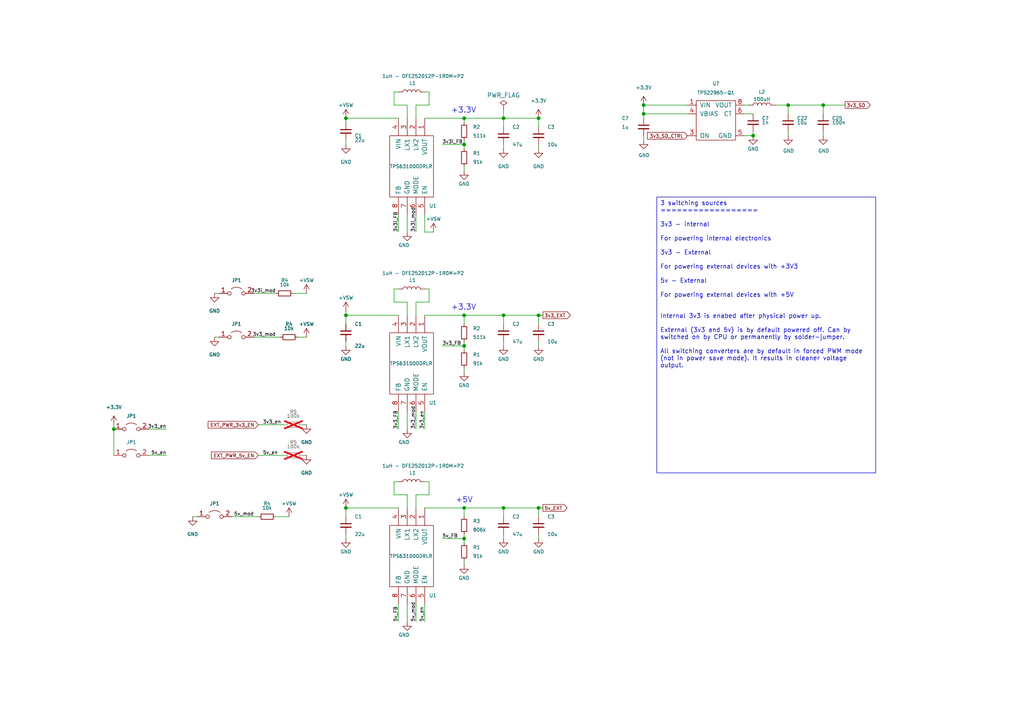
<source format=kicad_sch>
(kicad_sch (version 20230121) (generator eeschema)
  (paper "A4")
  (title_block (title "BATDATUNTI01") (rev "01A") (company "MLAB.cz") (comment 2 "Universial battery and data storage unit."))
  (lib_symbols
    (symbol "DATALOGGER01A-rescue:TPS22965-Q1-MLAB_IO" (pin_names (offset 1.016))
      (property "Reference" "U" (at -2.54 5.08 0))
      (property "Value" "TPS22965-Q1-MLAB_IO" (at 2.54 -8.89 0))
      (symbol "TPS22965-Q1-MLAB_IO_0_1"
        (rectangle (start -5.08 3.81) (end 6.35 -7.62))
      )
      (symbol "TPS22965-Q1-MLAB_IO_1_1"
        (pin bidirectional line (at -7.62 2.54 0) (length 2.54) (name "VIN") (number "1"))
        (pin bidirectional line (at -7.62 2.54 0) (length 2.54) hide (name "VIN") (number "2"))
        (pin bidirectional line (at -7.62 -6.35 0) (length 2.54) (name "ON") (number "3"))
        (pin bidirectional line (at -7.62 0 0) (length 2.54) (name "VBIAS") (number "4"))
        (pin bidirectional line (at 8.89 -6.35 180) (length 2.54) (name "GND") (number "5"))
        (pin bidirectional line (at 8.89 0 180) (length 2.54) (name "CT") (number "6"))
        (pin bidirectional line (at 8.89 2.54 180) (length 2.54) hide (name "VOUT") (number "7"))
        (pin bidirectional line (at 8.89 2.54 180) (length 2.54) (name "VOUT") (number "8"))
        (pin bidirectional line (at 8.89 -6.35 180) (length 2.54) hide (name "~") (number "9"))
      )
    )
    (symbol "Device:C_Small" (pin_numbers hide) (pin_names (offset 0.254) hide)
      (property "Reference" "C" (at 0.254 1.778 0))
      (property "Value" "C_Small" (at 0.254 -2.032 0))
      (symbol "C_Small_0_1"
        (polyline (pts (xy -1.524 -0.508) (xy 1.524 -0.508)) (stroke (width 0.3302)))
        (polyline (pts (xy -1.524 0.508) (xy 1.524 0.508)) (stroke (width 0.3048)))
      )
      (symbol "C_Small_1_1"
        (pin passive line (at 0 2.54 270) (length 2.032) (name "~") (number "1"))
        (pin passive line (at 0 -2.54 90) (length 2.032) (name "~") (number "2"))
      )
    )
    (symbol "Device:L" (pin_numbers hide) (pin_names (offset 1.016) hide)
      (property "Reference" "L" (at -1.27 0 90))
      (property "Value" "L" (at 1.905 0 90))
      (symbol "L_0_1"
        (arc (start 0 -2.54) (mid 0.6323 -1.905) (end 0 -1.27))
        (arc (start 0 -1.27) (mid 0.6323 -0.635) (end 0 0))
        (arc (start 0 0) (mid 0.6323 0.635) (end 0 1.27))
        (arc (start 0 1.27) (mid 0.6323 1.905) (end 0 2.54))
      )
      (symbol "L_1_1"
        (pin passive line (at 0 3.81 270) (length 1.27) (name "1") (number "1"))
        (pin passive line (at 0 -3.81 90) (length 1.27) (name "2") (number "2"))
      )
    )
    (symbol "Device:R_Small" (pin_numbers hide) (pin_names (offset 0.254) hide)
      (property "Reference" "R" (at 0.762 0.508 0))
      (property "Value" "R_Small" (at 0.762 -1.016 0))
      (symbol "R_Small_0_1"
        (rectangle (start -0.762 1.778) (end 0.762 -1.778) (stroke (width 0.2032)))
      )
      (symbol "R_Small_1_1"
        (pin passive line (at 0 2.54 270) (length 0.762) (name "~") (number "1"))
        (pin passive line (at 0 -2.54 90) (length 0.762) (name "~") (number "2"))
      )
    )
    (symbol "Jumper:Jumper_2_Open" (pin_names (offset 0) hide)
      (property "Reference" "JP" (at 0 2.794 0))
      (property "Value" "Jumper_2_Open" (at 0 -2.286 0))
      (symbol "Jumper_2_Open_0_0"
        (circle (center -2.032 0) (radius 0.508))
        (circle (center 2.032 0) (radius 0.508))
      )
      (symbol "Jumper_2_Open_0_1"
        (arc (start 1.524 1.27) (mid 0 1.778) (end -1.524 1.27))
      )
      (symbol "Jumper_2_Open_1_1"
        (pin passive line (at -5.08 0 0) (length 2.54) (name "A") (number "1"))
        (pin passive line (at 5.08 0 180) (length 2.54) (name "B") (number "2"))
      )
    )
    (symbol "TPS631000DRLR:TPS631000DRLR" (pin_names (offset 0.762))
      (property "Reference" "U" (at 24.13 7.62 0))
      (property "Value" "TPS631000DRLR" (at 24.13 5.08 0))
      (symbol "TPS631000DRLR_0_0"
        (pin passive line (at 0 0 0) (length 5.08) (name "VOUT") (number "1"))
        (pin passive line (at 0 -2.54 0) (length 5.08) (name "LX2") (number "2"))
        (pin passive line (at 0 -5.08 0) (length 5.08) (name "LX1") (number "3"))
        (pin passive line (at 0 -7.62 0) (length 5.08) (name "VIN") (number "4"))
        (pin passive line (at 27.94 0 180) (length 5.08) (name "EN") (number "5"))
        (pin passive line (at 27.94 -2.54 180) (length 5.08) (name "MODE") (number "6"))
        (pin passive line (at 27.94 -5.08 180) (length 5.08) (name "GND") (number "7"))
        (pin passive line (at 27.94 -7.62 180) (length 5.08) (name "FB") (number "8"))
      )
      (symbol "TPS631000DRLR_0_1"
        (polyline (pts (xy 5.08 2.54) (xy 22.86 2.54) (xy 22.86 -10.16) (xy 5.08 -10.16) (xy 5.08 2.54)) (stroke (width 0.1524)))
      )
    )
    (symbol "power:+3.3V" (power) (pin_names (offset 0))
      (property "Value" "+3.3V" (at 0 3.556 0))
      (symbol "+3.3V_0_1"
        (polyline (pts (xy -0.762 1.27) (xy 0 2.54)))
        (polyline (pts (xy 0 0) (xy 0 2.54)))
        (polyline (pts (xy 0 2.54) (xy 0.762 1.27)))
      )
      (symbol "+3.3V_1_1"
        (pin power_in line (at 0 0 90) (length 0) hide (name "+3.3V") (number "1"))
      )
    )
    (symbol "power:+VSW" (power) (pin_names (offset 0))
      (property "Value" "+VSW" (at 0 3.556 0))
      (symbol "+VSW_0_1"
        (polyline (pts (xy -0.762 1.27) (xy 0 2.54)))
        (polyline (pts (xy 0 0) (xy 0 2.54)))
        (polyline (pts (xy 0 2.54) (xy 0.762 1.27)))
      )
      (symbol "+VSW_1_1"
        (pin power_in line (at 0 0 90) (length 0) hide (name "+VSW") (number "1"))
      )
    )
    (symbol "power:GND" (power) (pin_names (offset 0))
      (property "Value" "GND" (at 0 -3.81 0))
      (symbol "GND_0_1"
        (polyline (pts (xy 0 0) (xy 0 -1.27) (xy 1.27 -1.27) (xy 0 -2.54) (xy -1.27 -1.27) (xy 0 -1.27)))
      )
      (symbol "GND_1_1"
        (pin power_in line (at 0 0 270) (length 0) hide (name "GND") (number "1"))
      )
    )
    (symbol "power:PWR_FLAG" (power) (pin_numbers hide) (pin_names (offset 0) hide)
      (property "Value" "PWR_FLAG" (at 0 3.81 0))
      (symbol "PWR_FLAG_0_0"
        (pin power_out line (at 0 0 90) (length 0) (name "pwr") (number "1"))
      )
      (symbol "PWR_FLAG_0_1"
        (polyline (pts (xy 0 0) (xy 0 1.27) (xy -1.016 1.905) (xy 0 2.54) (xy 1.016 1.905) (xy 0 1.27)))
      )
    )
  )
  (junction (at 156.21 91.44))
  (junction (at 134.62 34.29))
  (junction (at 146.05 147.32))
  (junction (at 238.76 30.48))
  (junction (at 134.62 41.91))
  (junction (at 186.69 30.48))
  (junction (at 134.62 156.21))
  (junction (at 156.21 147.32))
  (junction (at 100.33 147.32))
  (junction (at 228.6 30.48))
  (junction (at 218.44 39.37))
  (junction (at 100.33 91.44))
  (junction (at 186.69 33.02))
  (junction (at 100.33 34.29))
  (junction (at 134.62 91.44))
  (junction (at 134.62 147.32))
  (junction (at 146.05 34.29))
  (junction (at 146.05 91.44))
  (junction (at 33.02 124.46))
  (junction (at 156.21 34.29))
  (junction (at 134.62 100.33))
  (wire (pts (xy 128.27 41.91) (xy 134.62 41.91)))
  (wire (pts (xy 123.19 62.23) (xy 123.19 67.31)))
  (wire (pts (xy 62.23 97.79) (xy 63.5 97.79)))
  (wire (pts (xy 115.57 83.82) (xy 114.3 83.82)))
  (wire (pts (xy 100.33 156.21) (xy 100.33 154.94)))
  (wire (pts (xy 100.33 147.32) (xy 100.33 149.86)))
  (wire (pts (xy 55.88 149.86) (xy 57.15 149.86)))
  (wire (pts (xy 245.11 30.48) (xy 238.76 30.48)))
  (wire (pts (xy 186.69 30.48) (xy 199.39 30.48)))
  (wire (pts (xy 146.05 34.29) (xy 156.21 34.29)))
  (wire (pts (xy 118.11 119.38) (xy 118.11 124.46)))
  (wire (pts (xy 146.05 100.33) (xy 146.05 99.06)))
  (wire (pts (xy 48.26 132.08) (xy 43.18 132.08)))
  (wire (pts (xy 238.76 30.48) (xy 238.76 33.02)))
  (wire (pts (xy 146.05 91.44) (xy 156.21 91.44)))
  (wire (pts (xy 33.02 124.46) (xy 33.02 132.08)))
  (wire (pts (xy 186.69 30.48) (xy 186.69 33.02)))
  (wire (pts (xy 120.65 30.48) (xy 124.46 30.48)))
  (wire (pts (xy 134.62 91.44) (xy 146.05 91.44)))
  (wire (pts (xy 146.05 147.32) (xy 146.05 149.86)))
  (wire (pts (xy 134.62 147.32) (xy 146.05 147.32)))
  (wire (pts (xy 115.57 139.7) (xy 114.3 139.7)))
  (wire (pts (xy 156.21 43.18) (xy 156.21 41.91)))
  (wire (pts (xy 88.9 123.19) (xy 87.63 123.19)))
  (wire (pts (xy 33.02 123.19) (xy 33.02 124.46)))
  (wire (pts (xy 100.33 91.44) (xy 100.33 93.98)))
  (wire (pts (xy 120.65 143.51) (xy 124.46 143.51)))
  (wire (pts (xy 118.11 30.48) (xy 118.11 34.29)))
  (wire (pts (xy 123.19 180.34) (xy 123.19 175.26)))
  (wire (pts (xy 156.21 100.33) (xy 156.21 99.06)))
  (wire (pts (xy 100.33 90.17) (xy 100.33 91.44)))
  (wire (pts (xy 120.65 87.63) (xy 124.46 87.63)))
  (wire (pts (xy 115.57 26.67) (xy 114.3 26.67)))
  (wire (pts (xy 48.26 124.46) (xy 43.18 124.46)))
  (wire (pts (xy 157.48 147.32) (xy 156.21 147.32)))
  (wire (pts (xy 82.55 123.19) (xy 74.93 123.19)))
  (wire (pts (xy 134.62 163.83) (xy 134.62 162.56)))
  (wire (pts (xy 120.65 67.31) (xy 120.65 62.23)))
  (wire (pts (xy 123.19 147.32) (xy 134.62 147.32)))
  (wire (pts (xy 124.46 30.48) (xy 124.46 26.67)))
  (wire (pts (xy 123.19 67.31) (xy 125.73 67.31)))
  (wire (pts (xy 134.62 107.95) (xy 134.62 106.68)))
  (wire (pts (xy 218.44 38.1) (xy 218.44 39.37)))
  (wire (pts (xy 124.46 83.82) (xy 123.19 83.82)))
  (wire (pts (xy 118.11 175.26) (xy 118.11 180.34)))
  (wire (pts (xy 88.9 132.08) (xy 87.63 132.08)))
  (wire (pts (xy 134.62 156.21) (xy 134.62 154.94)))
  (wire (pts (xy 124.46 143.51) (xy 124.46 139.7)))
  (wire (pts (xy 128.27 100.33) (xy 134.62 100.33)))
  (wire (pts (xy 134.62 41.91) (xy 134.62 43.18)))
  (wire (pts (xy 120.65 91.44) (xy 120.65 87.63)))
  (wire (pts (xy 146.05 91.44) (xy 146.05 93.98)))
  (wire (pts (xy 124.46 26.67) (xy 123.19 26.67)))
  (wire (pts (xy 114.3 139.7) (xy 114.3 143.51)))
  (wire (pts (xy 100.33 34.29) (xy 115.57 34.29)))
  (wire (pts (xy 134.62 147.32) (xy 134.62 149.86)))
  (wire (pts (xy 115.57 67.31) (xy 115.57 62.23)))
  (wire (pts (xy 123.19 34.29) (xy 134.62 34.29)))
  (wire (pts (xy 134.62 35.56) (xy 134.62 34.29)))
  (wire (pts (xy 100.33 35.56) (xy 100.33 34.29)))
  (wire (pts (xy 134.62 34.29) (xy 146.05 34.29)))
  (wire (pts (xy 100.33 91.44) (xy 115.57 91.44)))
  (wire (pts (xy 118.11 62.23) (xy 118.11 67.31)))
  (wire (pts (xy 134.62 40.64) (xy 134.62 41.91)))
  (wire (pts (xy 156.21 34.29) (xy 156.21 36.83)))
  (wire (pts (xy 228.6 39.37) (xy 228.6 38.1)))
  (wire (pts (xy 146.05 147.32) (xy 156.21 147.32)))
  (wire (pts (xy 238.76 39.37) (xy 238.76 38.1)))
  (wire (pts (xy 224.79 30.48) (xy 228.6 30.48)))
  (wire (pts (xy 120.65 180.34) (xy 120.65 175.26)))
  (wire (pts (xy 123.19 124.46) (xy 123.19 119.38)))
  (wire (pts (xy 114.3 143.51) (xy 118.11 143.51)))
  (wire (pts (xy 114.3 26.67) (xy 114.3 30.48)))
  (wire (pts (xy 118.11 143.51) (xy 118.11 147.32)))
  (wire (pts (xy 85.09 85.09) (xy 88.9 85.09)))
  (wire (pts (xy 186.69 33.02) (xy 199.39 33.02)))
  (wire (pts (xy 215.9 33.02) (xy 218.44 33.02)))
  (wire (pts (xy 100.33 147.32) (xy 115.57 147.32)))
  (wire (pts (xy 146.05 31.75) (xy 146.05 34.29)))
  (wire (pts (xy 114.3 83.82) (xy 114.3 87.63)))
  (wire (pts (xy 228.6 30.48) (xy 238.76 30.48)))
  (wire (pts (xy 118.11 87.63) (xy 118.11 91.44)))
  (wire (pts (xy 146.05 43.18) (xy 146.05 41.91)))
  (wire (pts (xy 115.57 124.46) (xy 115.57 119.38)))
  (wire (pts (xy 186.69 40.64) (xy 186.69 39.37)))
  (wire (pts (xy 156.21 156.21) (xy 156.21 154.94)))
  (wire (pts (xy 115.57 180.34) (xy 115.57 175.26)))
  (wire (pts (xy 67.31 149.86) (xy 74.93 149.86)))
  (wire (pts (xy 128.27 156.21) (xy 134.62 156.21)))
  (wire (pts (xy 156.21 91.44) (xy 156.21 93.98)))
  (wire (pts (xy 156.21 147.32) (xy 156.21 149.86)))
  (wire (pts (xy 120.65 124.46) (xy 120.65 119.38)))
  (wire (pts (xy 100.33 100.33) (xy 100.33 99.06)))
  (wire (pts (xy 157.48 91.44) (xy 156.21 91.44)))
  (wire (pts (xy 120.65 34.29) (xy 120.65 30.48)))
  (wire (pts (xy 114.3 87.63) (xy 118.11 87.63)))
  (wire (pts (xy 114.3 30.48) (xy 118.11 30.48)))
  (wire (pts (xy 123.19 91.44) (xy 134.62 91.44)))
  (wire (pts (xy 86.36 97.79) (xy 88.9 97.79)))
  (wire (pts (xy 80.01 85.09) (xy 73.66 85.09)))
  (wire (pts (xy 80.01 149.86) (xy 83.82 149.86)))
  (wire (pts (xy 82.55 132.08) (xy 74.93 132.08)))
  (wire (pts (xy 124.46 87.63) (xy 124.46 83.82)))
  (wire (pts (xy 134.62 100.33) (xy 134.62 101.6)))
  (wire (pts (xy 134.62 49.53) (xy 134.62 48.26)))
  (wire (pts (xy 62.23 85.09) (xy 63.5 85.09)))
  (wire (pts (xy 100.33 41.91) (xy 100.33 40.64)))
  (wire (pts (xy 134.62 91.44) (xy 134.62 93.98)))
  (wire (pts (xy 124.46 139.7) (xy 123.19 139.7)))
  (wire (pts (xy 215.9 30.48) (xy 217.17 30.48)))
  (wire (pts (xy 134.62 156.21) (xy 134.62 157.48)))
  (wire (pts (xy 215.9 39.37) (xy 218.44 39.37)))
  (wire (pts (xy 120.65 143.51) (xy 120.65 147.32)))
  (wire (pts (xy 73.66 97.79) (xy 81.28 97.79)))
  (wire (pts (xy 186.69 34.29) (xy 186.69 33.02)))
  (wire (pts (xy 228.6 33.02) (xy 228.6 30.48)))
  (wire (pts (xy 146.05 156.21) (xy 146.05 154.94)))
  (wire (pts (xy 146.05 34.29) (xy 146.05 36.83)))
  (wire (pts (xy 134.62 99.06) (xy 134.62 100.33)))
  (text_box "3 switching sources\n==================\n\n3v3 - internal \n\nFor powering internal electronics\n\n3v3 - External\n\nFor powering external devices with +3V3\n\n5v - External \n\nFor powering external devices with +5V\n\n\nInternal 3v3 is enabed after physical power up. \n\nExternal (3v3 and 5v) is by default powered off. Can by switched on by CPU or permanently by solder-jumper. \n\nAll switching converters are by default in forced PWM mode (not in power save mode). It results in cleaner voltage output. " (at 190.5 57.15 0) (size 63.5 80.01) (effects (font (size 1.27 1.27)) (justify left top)))
  (text "+3.3V" (at 130.81 33.02 0) (effects (font (size 1.6 1.6)) (justify left bottom)))
  (text "+5V" (at 132.08 146.05 0) (effects (font (size 1.6 1.6)) (justify left bottom)))
  (text "+3.3V" (at 130.81 90.17 0) (effects (font (size 1.6 1.6)) (justify left bottom)))
  (label "5v_en" (at 48.26 132.08 180) (effects (font (size 1 1))))
  (label "3v3_en" (at 76.2 123.19 0) (effects (font (size 1 1))))
  (label "3v3i_FB" (at 128.27 41.91 0) (effects (font (size 1 1))))
  (label "5v_mod" (at 73.66 149.86 180) (effects (font (size 1 1))))
  (label "5v_FB" (at 128.27 156.21 0) (effects (font (size 1 1))))
  (label "5v_FB" (at 115.57 180.34 90) (effects (font (size 1 1))))
  (label "3v3i_mod" (at 120.65 67.31 90) (effects (font (size 1 1))))
  (label "3v3_FB" (at 115.57 124.46 90) (effects (font (size 1 1))))
  (label "3v3_en" (at 48.26 124.46 180) (effects (font (size 1 1))))
  (label "3v3i_FB" (at 115.57 67.31 90) (effects (font (size 1 1))))
  (label "3v3_FB" (at 128.27 100.33 0) (effects (font (size 1 1))))
  (label "5v_mod" (at 120.65 180.34 90) (effects (font (size 1 1))))
  (label "3v3i_mod" (at 80.01 85.09 180) (effects (font (size 1 1))))
  (label "5v_en" (at 123.19 180.34 90) (effects (font (size 1 1))))
  (label "5v_en" (at 76.2 132.08 0) (effects (font (size 1 1))))
  (label "3v3_en" (at 123.19 124.46 90) (effects (font (size 1 1))))
  (label "3v3_mod" (at 120.65 124.46 90) (effects (font (size 1 1))))
  (label "3v3_mod" (at 80.01 97.79 180) (effects (font (size 1 1))))
  (global_label "3v3_SD" (shape output) (at 245.11 30.48 0) (effects (font (size 1 1))) (property "Intersheetrefs" "${INTERSHEET_REFS}" (effects hide)))
  (global_label "5v_EXT" (shape output) (at 157.48 147.32 0) (effects (font (size 1 1))) (property "Intersheetrefs" "${INTERSHEET_REFS}" (effects hide)))
  (global_label "3v3_SD_CTRL" (shape input) (at 199.39 39.37 180) (effects (font (size 1 1))) (property "Intersheetrefs" "${INTERSHEET_REFS}" (effects hide)))
  (global_label "3v3_EXT" (shape output) (at 157.48 91.44 0) (effects (font (size 1 1))) (property "Intersheetrefs" "${INTERSHEET_REFS}" (effects hide)))
  (global_label "EXT_PWR_5v_EN" (shape input) (at 74.93 132.08 180) (effects (font (size 1 1))) (property "Intersheetrefs" "${INTERSHEET_REFS}" (effects hide)))
  (global_label "EXT_PWR_3v3_EN" (shape input) (at 74.93 123.19 180) (effects (font (size 1 1))) (property "Intersheetrefs" "${INTERSHEET_REFS}" (effects hide)))
  (symbol (lib_id "power:GND") (at 55.88 149.86 0) (unit 1)
    (property "Reference" "#PWR03" (effects hide))
    (property "Value" "GND" (at 55.88 154.94 0) (effects (font (size 1 1))))
    (instances (project "STEPBUBODC01" (path "" (reference "#PWR03") (unit 1))) (project "BATDATUNIT01" (path "" (reference "#PWR020") (unit 1)) (path "" (reference "#PWR0141") (unit 1))))
  )
  (symbol (lib_id "power:GND") (at 146.05 43.18 0) (unit 1)
    (property "Reference" "#PWR08" (effects hide))
    (property "Value" "GND" (at 146.05 48.26 0) (effects (font (size 1 1))))
    (instances (project "STEPBUBODC01" (path "" (reference "#PWR08") (unit 1))) (project "BATDATUNIT01" (path "" (reference "#PWR0124") (unit 1)) (path "" (reference "#PWR0162") (unit 1))))
  )
  (symbol (lib_id "Device:C_Small") (at 186.69 36.83 0) (unit 1)
    (property "Reference" "C?" (at 180.34 34.29 0) (effects (font (size 1 1)) (justify left)))
    (property "Value" "1u" (at 180.34 36.83 0) (effects (font (size 1 1)) (justify left)))
    (property "Footprint" "Capacitor_SMD:C_0805_2012Metric" (effects hide))
    (property "UST_ID" "5c70984712875079b91f8b50" (effects hide))
    (instances (project "Peripherals" (path "" (reference "C?") (unit 1))) (project "BATDATUNIT01" (path "" (reference "C26") (unit 1)) (path "" (reference "C45") (unit 1))) (project "DATALOGGER02" (path "" (reference "C?") (unit 1))))
  )
  (symbol (lib_id "Device:C_Small") (at 156.21 39.37 0) (unit 1)
    (property "Reference" "C3" (at 158.75 36.83 0) (effects (font (size 1 1)) (justify left)))
    (property "Value" "10u" (at 158.75 41.91 0) (effects (font (size 1 1)) (justify left)))
    (property "Footprint" "Capacitor_SMD:C_0805_2012Metric" (effects hide))
    (property "UST_ID" "5c70984712875079b91f8b53" (effects hide))
    (instances (project "STEPBUBODC01" (path "" (reference "C3") (unit 1))) (project "BATDATUNIT01" (path "" (reference "C46") (unit 1)) (path "" (reference "C42") (unit 1))))
  )
  (symbol (lib_id "power:+VSW") (at 100.33 147.32 0) (unit 1)
    (property "Reference" "#PWR0108" (effects hide))
    (property "Value" "+VSW" (at 100.33 143.51 0) (effects (font (size 1 1))))
    (instances (project "BATDATUNIT01" (path "" (reference "#PWR0108") (unit 1)) (path "" (reference "#PWR0153") (unit 1))))
  )
  (symbol (lib_id "power:GND") (at 228.6 39.37 0) (unit 1)
    (property "Reference" "#PWR026" (effects hide))
    (property "Value" "GND" (at 228.727 43.7642 0) (effects (font (size 1 1))))
    (instances (project "USTSIPIN02A" (path "" (reference "#PWR026") (unit 1))) (project "cpu" (path "" (reference "#PWR026") (unit 1))) (project "BATDATUNIT01" (path "" (reference "#PWR0172") (unit 1))))
  )
  (symbol (lib_id "Device:L") (at 119.38 26.67 90) (unit 1)
    (property "Reference" "L1" (at 120.65 24.13 90) (effects (font (size 1 1)) (justify left)))
    (property "Value" "1uH - DFE252012P-1R0M=P2" (at 134.62 22.098 90) (effects (font (size 1 1)) (justify left)))
    (property "Footprint" "Inductor_SMD:L_1008_2520Metric" (effects hide))
    (property "UST_ID" "650b5977462c6d9e72054656" (effects hide))
    (instances (project "STEPBUBODC01" (path "" (reference "L1") (unit 1))) (project "BATDATUNIT01" (path "" (reference "L6") (unit 1)) (path "" (reference "L2") (unit 1))))
  )
  (symbol (lib_id "Device:R_Small") (at 82.55 85.09 90) (unit 1) (in_bom no)
    (property "Reference" "R4" (at 82.55 81.28 90) (effects (font (size 1 1))))
    (property "Value" "10k" (at 82.55 82.55 90) (effects (font (size 1 1))))
    (property "Footprint" "Resistor_SMD:R_0805_2012Metric" (effects hide))
    (instances (project "STEPBUBODC01" (path "" (reference "R4") (unit 1))) (project "BATDATUNIT01" (path "" (reference "R51") (unit 1)) (path "" (reference "R71") (unit 1))))
  )
  (symbol (lib_id "power:PWR_FLAG") (at 146.05 31.75 0) (unit 1)
    (property "Reference" "#FLG01" (effects hide))
    (property "Value" "PWR_FLAG" (at 146.05 27.6169 0))
    (instances (project "BATDATUNIT01" (path "" (reference "#FLG01") (unit 1)) (path "" (reference "#FLG05") (unit 1))))
  )
  (symbol (lib_id "Jumper:Jumper_2_Open") (at 38.1 124.46 0) (unit 1)
    (property "Reference" "JP1" (at 38.1 120.65 0) (effects (font (size 1 1))))
    (property "Value" "Jumper_2_Open" (effects hide))
    (property "Footprint" "Jumper:SolderJumper-2_P1.3mm_Open_RoundedPad1.0x1.5mm" (effects hide))
    (property "UST_ID" "x" (effects hide))
    (instances (project "STEPBUBODC01" (path "" (reference "JP1") (unit 1))) (project "BATDATUNIT01" (path "" (reference "JP4") (unit 1)) (path "" (reference "JP6") (unit 1))))
  )
  (symbol (lib_id "TPS631000DRLR:TPS631000DRLR") (at 123.19 34.29 270) (unit 1)
    (property "Reference" "U1" (at 124.46 59.69 90) (effects (font (size 1 1)) (justify left)))
    (property "Value" "TPS631000DRLR" (at 113.03 48.26 90) (effects (font (size 1 1)) (justify left)))
    (property "Footprint" "Package_TO_SOT_SMD:SOT-583-8" (effects hide))
    (property "Datasheet" "https://www.ti.com/lit/ds/symlink/tps631000.pdf?ts=1652152702265" (effects hide))
    (property "Description" "Switching Voltage Regulators 1.5-A output current, high power density buck-boost converter" (effects hide))
    (property "Height" "0.5" (effects hide))
    (property "Mouser Part Number" "595-TPS631000DRLR" (effects hide))
    (property "Mouser Price/Stock" "https://www.mouser.co.uk/ProductDetail/Texas-Instruments/TPS631000DRLR?qs=rSMjJ%252B1ewcRYwoN2deTeNA%3D%3D" (effects hide))
    (property "Manufacturer_Name" "Texas Instruments" (effects hide))
    (property "Manufacturer_Part_Number" "TPS631000DRLR" (effects hide))
    (property "UST_ID" "63de5ae4ae0b2d5aa05e2714" (effects hide))
    (instances (project "STEPBUBODC01" (path "" (reference "U1") (unit 1))) (project "BATDATUNIT01" (path "" (reference "U13") (unit 1)) (path "" (reference "U15") (unit 1))))
  )
  (symbol (lib_id "power:GND") (at 134.62 163.83 0) (unit 1)
    (property "Reference" "#PWR06" (effects hide))
    (property "Value" "GND" (at 134.62 167.64 0) (effects (font (size 1 1))))
    (instances (project "STEPBUBODC01" (path "" (reference "#PWR06") (unit 1))) (project "BATDATUNIT01" (path "" (reference "#PWR031") (unit 1)) (path "" (reference "#PWR0161") (unit 1))))
  )
  (symbol (lib_id "power:GND") (at 146.05 100.33 0) (unit 1)
    (property "Reference" "#PWR08" (effects hide))
    (property "Value" "GND" (at 146.05 104.14 0) (effects (font (size 1 1))))
    (instances (project "STEPBUBODC01" (path "" (reference "#PWR08") (unit 1))) (project "BATDATUNIT01" (path "" (reference "#PWR032") (unit 1)) (path "" (reference "#PWR0163") (unit 1))))
  )
  (symbol (lib_id "power:+VSW") (at 88.9 85.09 0) (unit 1)
    (property "Reference" "#PWR024" (effects hide))
    (property "Value" "+VSW" (at 88.9 81.28 0) (effects (font (size 1 1))))
    (instances (project "BATDATUNIT01" (path "" (reference "#PWR024") (unit 1)) (path "" (reference "#PWR0145") (unit 1))))
  )
  (symbol (lib_id "Device:R_Small") (at 85.09 132.08 270) (mirror x) (unit 1) (in_bom no) (dnp yes)
    (property "Reference" "R5" (at 85.09 128.27 90) (effects (font (size 1 1))))
    (property "Value" "100k" (at 85.09 129.54 90) (effects (font (size 1 1))))
    (property "Footprint" "Resistor_SMD:R_0805_2012Metric" (effects hide))
    (instances (project "STEPBUBODC01" (path "" (reference "R5") (unit 1))) (project "BATDATUNIT01" (path "" (reference "R7") (unit 1)) (path "" (reference "R74") (unit 1))))
  )
  (symbol (lib_id "Device:C_Small") (at 100.33 152.4 0) (unit 1)
    (property "Reference" "C1" (at 102.87 149.86 0) (effects (font (size 1 1)) (justify left)))
    (property "Value" "22u" (at 102.87 154.94 0) (effects (font (size 1 1)) (justify left)))
    (property "Footprint" "Capacitor_SMD:C_0805_2012Metric" (effects hide))
    (property "UST_ID" "650b58f1462c6d9e7205463b" (effects hide))
    (instances (project "STEPBUBODC01" (path "" (reference "C1") (unit 1))) (project "BATDATUNIT01" (path "" (reference "C4") (unit 1)) (path "" (reference "C38") (unit 1))))
  )
  (symbol (lib_id "power:+VSW") (at 100.33 90.17 0) (unit 1)
    (property "Reference" "#PWR027" (effects hide))
    (property "Value" "+VSW" (at 100.33 86.36 0) (effects (font (size 1 1))))
    (instances (project "BATDATUNIT01" (path "" (reference "#PWR027") (unit 1)) (path "" (reference "#PWR0151") (unit 1))))
  )
  (symbol (lib_id "power:GND") (at 186.69 40.64 0) (unit 1)
    (property "Reference" "#PWR?" (effects hide))
    (property "Value" "GND" (at 186.817 45.0342 0) (effects (font (size 1 1))))
    (instances (project "Peripherals" (path "" (reference "#PWR?") (unit 1))) (project "BATDATUNIT01" (path "" (reference "#PWR059") (unit 1)) (path "" (reference "#PWR0170") (unit 1))) (project "DATALOGGER02" (path "" (reference "#PWR?") (unit 1))))
  )
  (symbol (lib_id "power:GND") (at 100.33 41.91 0) (unit 1)
    (property "Reference" "#PWR05" (effects hide))
    (property "Value" "GND" (at 100.33 46.99 0) (effects (font (size 1 1))))
    (instances (project "STEPBUBODC01" (path "" (reference "#PWR05") (unit 1))) (project "BATDATUNIT01" (path "" (reference "#PWR0120") (unit 1)) (path "" (reference "#PWR0150") (unit 1))))
  )
  (symbol (lib_id "Device:R_Small") (at 134.62 38.1 0) (unit 1)
    (property "Reference" "R2" (at 137.16 36.8299 0) (effects (font (size 1 1)) (justify left)))
    (property "Value" "511k" (at 137.16 39.3699 0) (effects (font (size 1 1)) (justify left)))
    (property "Footprint" "Resistor_SMD:R_0805_2012Metric" (effects hide))
    (property "UST_ID" "650b5a43462c6d9e7205468e" (effects hide))
    (instances (project "STEPBUBODC01" (path "" (reference "R2") (unit 1))) (project "BATDATUNIT01" (path "" (reference "R53") (unit 1)) (path "" (reference "R75") (unit 1))))
  )
  (symbol (lib_id "Jumper:Jumper_2_Open") (at 68.58 97.79 0) (unit 1)
    (property "Reference" "JP1" (at 68.58 93.98 0) (effects (font (size 1 1))))
    (property "Value" "Jumper_2_Open" (effects hide))
    (property "Footprint" "Jumper:SolderJumper-2_P1.3mm_Open_RoundedPad1.0x1.5mm" (effects hide))
    (property "UST_ID" "x" (effects hide))
    (instances (project "STEPBUBODC01" (path "" (reference "JP1") (unit 1))) (project "BATDATUNIT01" (path "" (reference "JP2") (unit 1)) (path "" (reference "JP10") (unit 1))))
  )
  (symbol (lib_id "power:GND") (at 100.33 156.21 0) (unit 1)
    (property "Reference" "#PWR05" (effects hide))
    (property "Value" "GND" (at 100.33 160.02 0) (effects (font (size 1 1))))
    (instances (project "STEPBUBODC01" (path "" (reference "#PWR05") (unit 1))) (project "BATDATUNIT01" (path "" (reference "#PWR023") (unit 1)) (path "" (reference "#PWR0154") (unit 1))))
  )
  (symbol (lib_id "power:+VSW") (at 125.73 67.31 0) (unit 1)
    (property "Reference" "#PWR024" (effects hide))
    (property "Value" "+VSW" (at 125.73 63.5 0) (effects (font (size 1 1))))
    (instances (project "BATDATUNIT01" (path "" (reference "#PWR024") (unit 1)) (path "" (reference "#PWR0158") (unit 1))))
  )
  (symbol (lib_id "Device:R_Small") (at 134.62 104.14 0) (unit 1)
    (property "Reference" "R1" (at 137.16 102.8699 0) (effects (font (size 1 1)) (justify left)))
    (property "Value" "91k" (at 137.16 105.4099 0) (effects (font (size 1 1)) (justify left)))
    (property "Footprint" "Resistor_SMD:R_0805_2012Metric" (effects hide))
    (property "UST_ID" "5c70984712875079b91f8a95" (effects hide))
    (instances (project "STEPBUBODC01" (path "" (reference "R1") (unit 1))) (project "BATDATUNIT01" (path "" (reference "R11") (unit 1)) (path "" (reference "R78") (unit 1))))
  )
  (symbol (lib_id "Device:C_Small") (at 156.21 96.52 0) (unit 1)
    (property "Reference" "C3" (at 158.75 93.98 0) (effects (font (size 1 1)) (justify left)))
    (property "Value" "10u" (at 158.75 99.06 0) (effects (font (size 1 1)) (justify left)))
    (property "Footprint" "Capacitor_SMD:C_0805_2012Metric" (effects hide))
    (property "UST_ID" "5c70984712875079b91f8b53" (effects hide))
    (instances (project "STEPBUBODC01" (path "" (reference "C3") (unit 1))) (project "BATDATUNIT01" (path "" (reference "C7") (unit 1)) (path "" (reference "C43") (unit 1))))
  )
  (symbol (lib_id "Device:C_Small") (at 156.21 152.4 0) (unit 1)
    (property "Reference" "C3" (at 158.75 149.86 0) (effects (font (size 1 1)) (justify left)))
    (property "Value" "10u" (at 158.75 154.94 0) (effects (font (size 1 1)) (justify left)))
    (property "Footprint" "Capacitor_SMD:C_0805_2012Metric" (effects hide))
    (property "UST_ID" "5c70984712875079b91f8b53" (effects hide))
    (instances (project "STEPBUBODC01" (path "" (reference "C3") (unit 1))) (project "BATDATUNIT01" (path "" (reference "C8") (unit 1)) (path "" (reference "C44") (unit 1))))
  )
  (symbol (lib_id "Device:R_Small") (at 85.09 123.19 270) (mirror x) (unit 1) (in_bom no) (dnp yes)
    (property "Reference" "R5" (at 85.09 119.38 90) (effects (font (size 1 1))))
    (property "Value" "100k" (at 85.09 120.65 90) (effects (font (size 1 1))))
    (property "Footprint" "Resistor_SMD:R_0805_2012Metric" (effects hide))
    (instances (project "STEPBUBODC01" (path "" (reference "R5") (unit 1))) (project "BATDATUNIT01" (path "" (reference "R7") (unit 1)) (path "" (reference "R73") (unit 1))))
  )
  (symbol (lib_id "power:GND") (at 62.23 85.09 0) (unit 1)
    (property "Reference" "#PWR03" (effects hide))
    (property "Value" "GND" (at 62.23 90.17 0) (effects (font (size 1 1))))
    (instances (project "STEPBUBODC01" (path "" (reference "#PWR03") (unit 1))) (project "BATDATUNIT01" (path "" (reference "#PWR025") (unit 1)) (path "" (reference "#PWR0142") (unit 1))))
  )
  (symbol (lib_id "power:+VSW") (at 88.9 97.79 0) (unit 1)
    (property "Reference" "#PWR026" (effects hide))
    (property "Value" "+VSW" (at 88.9 93.98 0) (effects (font (size 1 1))))
    (instances (project "BATDATUNIT01" (path "" (reference "#PWR026") (unit 1)) (path "" (reference "#PWR0146") (unit 1))))
  )
  (symbol (lib_id "power:+3.3V") (at 186.69 30.48 0) (unit 1)
    (property "Reference" "#PWR?" (effects hide))
    (property "Value" "+3.3V" (at 186.69 25.4 0) (effects (font (size 1 1))))
    (instances (project "Peripherals" (path "" (reference "#PWR?") (unit 1))) (project "BATDATUNIT01" (path "" (reference "#PWR058") (unit 1)) (path "" (reference "#PWR0169") (unit 1))) (project "DATALOGGER02" (path "" (reference "#PWR?") (unit 1))))
  )
  (symbol (lib_id "power:+3.3V") (at 33.02 123.19 0) (unit 1)
    (property "Reference" "#PWR?" (effects hide))
    (property "Value" "+3.3V" (at 33.02 118.11 0) (effects (font (size 1 1))))
    (instances (project "Peripherals" (path "" (reference "#PWR?") (unit 1))) (project "BATDATUNIT01" (path "" (reference "#PWR058") (unit 1)) (path "" (reference "#PWR0125") (unit 1)) (path "" (reference "#PWR0140") (unit 1))) (project "DATALOGGER02" (path "" (reference "#PWR?") (unit 1))))
  )
  (symbol (lib_id "power:GND") (at 88.9 123.19 0) (mirror y) (unit 1)
    (property "Reference" "#PWR016" (effects hide))
    (property "Value" "GND" (at 88.9 128.27 0) (effects (font (size 1 1))))
    (instances (project "STEPBUBODC01" (path "" (reference "#PWR016") (unit 1))) (project "BATDATUNIT01" (path "" (reference "#PWR019") (unit 1)) (path "" (reference "#PWR0147") (unit 1))))
  )
  (symbol (lib_id "Device:C_Small") (at 100.33 38.1 0) (unit 1)
    (property "Reference" "C1" (at 102.87 39.37 0) (effects (font (size 1 1)) (justify left)))
    (property "Value" "22u" (at 102.87 40.64 0) (effects (font (size 1 1)) (justify left)))
    (property "Footprint" "Capacitor_SMD:C_0805_2012Metric" (effects hide))
    (property "UST_ID" "650b58f1462c6d9e7205463b" (effects hide))
    (instances (project "STEPBUBODC01" (path "" (reference "C1") (unit 1))) (project "BATDATUNIT01" (path "" (reference "C44") (unit 1)) (path "" (reference "C36") (unit 1))))
  )
  (symbol (lib_id "power:GND") (at 118.11 124.46 0) (unit 1)
    (property "Reference" "#PWR07" (effects hide))
    (property "Value" "GND" (at 115.57 128.27 0) (effects (font (size 1 1)) (justify left)))
    (instances (project "STEPBUBODC01" (path "" (reference "#PWR07") (unit 1))) (project "BATDATUNIT01" (path "" (reference "#PWR028") (unit 1)) (path "" (reference "#PWR0156") (unit 1))))
  )
  (symbol (lib_id "power:GND") (at 238.76 39.37 0) (unit 1)
    (property "Reference" "#PWR027" (effects hide))
    (property "Value" "GND" (at 238.887 43.7642 0) (effects (font (size 1 1))))
    (instances (project "USTSIPIN02A" (path "" (reference "#PWR027") (unit 1))) (project "cpu" (path "" (reference "#PWR027") (unit 1))) (project "BATDATUNIT01" (path "" (reference "#PWR0173") (unit 1))))
  )
  (symbol (lib_id "power:GND") (at 118.11 180.34 0) (unit 1)
    (property "Reference" "#PWR07" (effects hide))
    (property "Value" "GND" (at 115.57 184.15 0) (effects (font (size 1 1)) (justify left)))
    (instances (project "STEPBUBODC01" (path "" (reference "#PWR07") (unit 1))) (project "BATDATUNIT01" (path "" (reference "#PWR029") (unit 1)) (path "" (reference "#PWR0157") (unit 1))))
  )
  (symbol (lib_id "TPS631000DRLR:TPS631000DRLR") (at 123.19 147.32 270) (unit 1)
    (property "Reference" "U1" (at 124.46 172.72 90) (effects (font (size 1 1)) (justify left)))
    (property "Value" "TPS631000DRLR" (at 113.03 161.29 90) (effects (font (size 1 1)) (justify left)))
    (property "Footprint" "Package_TO_SOT_SMD:SOT-583-8" (effects hide))
    (property "Datasheet" "https://www.ti.com/lit/ds/symlink/tps631000.pdf?ts=1652152702265" (effects hide))
    (property "Description" "Switching Voltage Regulators 1.5-A output current, high power density buck-boost converter" (effects hide))
    (property "Height" "0.5" (effects hide))
    (property "Mouser Part Number" "595-TPS631000DRLR" (effects hide))
    (property "Mouser Price/Stock" "https://www.mouser.co.uk/ProductDetail/Texas-Instruments/TPS631000DRLR?qs=rSMjJ%252B1ewcRYwoN2deTeNA%3D%3D" (effects hide))
    (property "Manufacturer_Name" "Texas Instruments" (effects hide))
    (property "Manufacturer_Part_Number" "TPS631000DRLR" (effects hide))
    (property "UST_ID" "63de5ae4ae0b2d5aa05e2714" (effects hide))
    (instances (project "STEPBUBODC01" (path "" (reference "U1") (unit 1))) (project "BATDATUNIT01" (path "" (reference "U4") (unit 1)) (path "" (reference "U17") (unit 1))))
  )
  (symbol (lib_id "power:GND") (at 156.21 43.18 0) (unit 1)
    (property "Reference" "#PWR09" (effects hide))
    (property "Value" "GND" (at 156.21 48.26 0) (effects (font (size 1 1))))
    (instances (project "STEPBUBODC01" (path "" (reference "#PWR09") (unit 1))) (project "BATDATUNIT01" (path "" (reference "#PWR0126") (unit 1)) (path "" (reference "#PWR0166") (unit 1))))
  )
  (symbol (lib_id "Device:L") (at 220.98 30.48 90) (unit 1)
    (property "Reference" "L2" (at 220.98 26.67 90) (effects (font (size 1 1))))
    (property "Value" "100uH" (at 220.98 28.7805 90) (effects (font (size 1 1))))
    (property "Footprint" "Inductor_SMD:L_0805_2012Metric_Pad1.15x1.40mm_HandSolder" (effects hide))
    (property "UST_ID" "626fd6fcdc56076e9a222966" (effects hide))
    (instances (project "USTSIPIN02A" (path "" (reference "L2") (unit 1))) (project "cpu" (path "" (reference "L2") (unit 1))) (project "BATDATUNIT01" (path "" (reference "L5") (unit 1))))
  )
  (symbol (lib_id "power:GND") (at 100.33 100.33 0) (unit 1)
    (property "Reference" "#PWR05" (effects hide))
    (property "Value" "GND" (at 100.33 104.14 0) (effects (font (size 1 1))))
    (instances (project "STEPBUBODC01" (path "" (reference "#PWR05") (unit 1))) (project "BATDATUNIT01" (path "" (reference "#PWR022") (unit 1)) (path "" (reference "#PWR0152") (unit 1))))
  )
  (symbol (lib_id "Device:C_Small") (at 146.05 152.4 0) (unit 1)
    (property "Reference" "C2" (at 148.59 149.86 0) (effects (font (size 1 1)) (justify left)))
    (property "Value" "47u" (at 148.59 154.94 0) (effects (font (size 1 1)) (justify left)))
    (property "Footprint" "Capacitor_SMD:C_0805_2012Metric" (effects hide))
    (property "UST_ID" "5c70984812875079b91f8bbf" (effects hide))
    (instances (project "STEPBUBODC01" (path "" (reference "C2") (unit 1))) (project "BATDATUNIT01" (path "" (reference "C6") (unit 1)) (path "" (reference "C41") (unit 1))))
  )
  (symbol (lib_id "Device:C_Small") (at 100.33 96.52 0) (unit 1)
    (property "Reference" "C1" (at 102.87 93.98 0) (effects (font (size 1 1)) (justify left)))
    (property "Value" "22u" (at 102.87 100.33 0) (effects (font (size 1 1)) (justify left)))
    (property "Footprint" "Capacitor_SMD:C_0805_2012Metric" (effects hide))
    (property "UST_ID" "650b58f1462c6d9e7205463b" (effects hide))
    (instances (project "STEPBUBODC01" (path "" (reference "C1") (unit 1))) (project "BATDATUNIT01" (path "" (reference "C3") (unit 1)) (path "" (reference "C37") (unit 1))))
  )
  (symbol (lib_id "Device:C_Small") (at 146.05 39.37 0) (unit 1)
    (property "Reference" "C2" (at 148.59 36.83 0) (effects (font (size 1 1)) (justify left)))
    (property "Value" "47u" (at 148.59 41.91 0) (effects (font (size 1 1)) (justify left)))
    (property "Footprint" "Capacitor_SMD:C_0805_2012Metric" (effects hide))
    (property "UST_ID" "5c70984812875079b91f8bbf" (effects hide))
    (instances (project "STEPBUBODC01" (path "" (reference "C2") (unit 1))) (project "BATDATUNIT01" (path "" (reference "C45") (unit 1)) (path "" (reference "C39") (unit 1))))
  )
  (symbol (lib_id "Device:R_Small") (at 134.62 45.72 0) (unit 1)
    (property "Reference" "R1" (at 137.16 44.4499 0) (effects (font (size 1 1)) (justify left)))
    (property "Value" "91k" (at 137.16 46.9899 0) (effects (font (size 1 1)) (justify left)))
    (property "Footprint" "Resistor_SMD:R_0805_2012Metric" (effects hide))
    (property "UST_ID" "5c70984712875079b91f8a95" (effects hide))
    (instances (project "STEPBUBODC01" (path "" (reference "R1") (unit 1))) (project "BATDATUNIT01" (path "" (reference "R54") (unit 1)) (path "" (reference "R76") (unit 1))))
  )
  (symbol (lib_id "Device:L") (at 119.38 83.82 90) (unit 1)
    (property "Reference" "L1" (at 120.65 81.28 90) (effects (font (size 1 1)) (justify left)))
    (property "Value" "1uH - DFE252012P-1R0M=P2" (at 134.62 79.248 90) (effects (font (size 1 1)) (justify left)))
    (property "Footprint" "Inductor_SMD:L_1008_2520Metric" (effects hide))
    (property "UST_ID" "650b5977462c6d9e72054656" (effects hide))
    (instances (project "STEPBUBODC01" (path "" (reference "L1") (unit 1))) (project "BATDATUNIT01" (path "" (reference "L1") (unit 1)) (path "" (reference "L3") (unit 1))))
  )
  (symbol (lib_id "power:GND") (at 156.21 156.21 0) (unit 1)
    (property "Reference" "#PWR09" (effects hide))
    (property "Value" "GND" (at 156.21 160.02 0) (effects (font (size 1 1))))
    (instances (project "STEPBUBODC01" (path "" (reference "#PWR09") (unit 1))) (project "BATDATUNIT01" (path "" (reference "#PWR036") (unit 1)) (path "" (reference "#PWR0168") (unit 1))))
  )
  (symbol (lib_id "Device:C_Small") (at 146.05 96.52 0) (unit 1)
    (property "Reference" "C2" (at 148.59 93.98 0) (effects (font (size 1 1)) (justify left)))
    (property "Value" "47u" (at 148.59 99.06 0) (effects (font (size 1 1)) (justify left)))
    (property "Footprint" "Capacitor_SMD:C_0805_2012Metric" (effects hide))
    (property "UST_ID" "5c70984812875079b91f8bbf" (effects hide))
    (instances (project "STEPBUBODC01" (path "" (reference "C2") (unit 1))) (project "BATDATUNIT01" (path "" (reference "C5") (unit 1)) (path "" (reference "C40") (unit 1))))
  )
  (symbol (lib_id "power:GND") (at 134.62 49.53 0) (unit 1)
    (property "Reference" "#PWR06" (effects hide))
    (property "Value" "GND" (at 134.62 53.34 0) (effects (font (size 1 1))))
    (instances (project "STEPBUBODC01" (path "" (reference "#PWR06") (unit 1))) (project "BATDATUNIT01" (path "" (reference "#PWR0123") (unit 1)) (path "" (reference "#PWR0159") (unit 1))))
  )
  (symbol (lib_id "power:+3.3V") (at 156.21 34.29 0) (unit 1)
    (property "Reference" "#PWR?" (effects hide))
    (property "Value" "+3.3V" (at 156.21 29.21 0) (effects (font (size 1 1))))
    (instances (project "Peripherals" (path "" (reference "#PWR?") (unit 1))) (project "BATDATUNIT01" (path "" (reference "#PWR058") (unit 1)) (path "" (reference "#PWR0125") (unit 1)) (path "" (reference "#PWR0165") (unit 1))) (project "DATALOGGER02" (path "" (reference "#PWR?") (unit 1))))
  )
  (symbol (lib_id "Device:R_Small") (at 77.47 149.86 90) (unit 1)
    (property "Reference" "R4" (at 77.47 146.05 90) (effects (font (size 1 1))))
    (property "Value" "10k" (at 77.47 147.32 90) (effects (font (size 1 1))))
    (property "Footprint" "Resistor_SMD:R_0805_2012Metric" (effects hide))
    (instances (project "STEPBUBODC01" (path "" (reference "R4") (unit 1))) (project "BATDATUNIT01" (path "" (reference "R8") (unit 1)) (path "" (reference "R70") (unit 1))))
  )
  (symbol (lib_id "DATALOGGER01A-rescue:TPS22965-Q1-MLAB_IO") (at 207.01 33.02 0) (unit 1)
    (property "Reference" "U?" (at 207.645 24.2062 0) (effects (font (size 1 1))))
    (property "Value" "TPS22965-Q1" (at 207.645 26.8986 0) (effects (font (size 1 1))))
    (property "Footprint" "Package_SON:WSON-8-1EP_2x2mm_P0.5mm_EP0.9x1.6mm" (effects hide))
    (property "Datasheet" "https://www.ti.com/lit/ds/symlink/tps22965-q1.pdf" (effects hide))
    (property "UST_ID" "5c70984712875079b91f8b78" (effects hide))
    (instances (project "Peripherals" (path "" (reference "U?") (unit 1))) (project "BATDATUNIT01" (path "" (reference "U8") (unit 1)) (path "" (reference "U18") (unit 1))) (project "DATALOGGER02" (path "" (reference "U?") (unit 1))))
  )
  (symbol (lib_id "power:GND") (at 88.9 132.08 0) (mirror y) (unit 1)
    (property "Reference" "#PWR016" (effects hide))
    (property "Value" "GND" (at 88.9 137.16 0) (effects (font (size 1 1))))
    (instances (project "STEPBUBODC01" (path "" (reference "#PWR016") (unit 1))) (project "BATDATUNIT01" (path "" (reference "#PWR019") (unit 1)) (path "" (reference "#PWR0148") (unit 1))))
  )
  (symbol (lib_id "Device:L") (at 119.38 139.7 90) (unit 1)
    (property "Reference" "L1" (at 120.65 137.16 90) (effects (font (size 1 1)) (justify left)))
    (property "Value" "1uH - DFE252012P-1R0M=P2" (at 134.62 135.128 90) (effects (font (size 1 1)) (justify left)))
    (property "Footprint" "Inductor_SMD:L_1008_2520Metric" (effects hide))
    (property "UST_ID" "650b5977462c6d9e72054656" (effects hide))
    (instances (project "STEPBUBODC01" (path "" (reference "L1") (unit 1))) (project "BATDATUNIT01" (path "" (reference "L2") (unit 1)) (path "" (reference "L4") (unit 1))))
  )
  (symbol (lib_id "power:+VSW") (at 100.33 34.29 0) (unit 1)
    (property "Reference" "#PWR0119" (effects hide))
    (property "Value" "+VSW" (at 100.33 30.48 0) (effects (font (size 1 1))))
    (instances (project "BATDATUNIT01" (path "" (reference "#PWR0119") (unit 1)) (path "" (reference "#PWR0149") (unit 1))))
  )
  (symbol (lib_id "Device:R_Small") (at 134.62 152.4 0) (unit 1)
    (property "Reference" "R3" (at 137.16 151.1299 0) (effects (font (size 1 1)) (justify left)))
    (property "Value" "806k" (at 137.16 153.6699 0) (effects (font (size 1 1)) (justify left)))
    (property "Footprint" "Resistor_SMD:R_0805_2012Metric" (effects hide))
    (property "UST_ID" "650b5abb462c6d9e720546b8" (effects hide))
    (instances (project "STEPBUBODC01" (path "" (reference "R3") (unit 1))) (project "BATDATUNIT01" (path "" (reference "R12") (unit 1)) (path "" (reference "R79") (unit 1))))
  )
  (symbol (lib_id "power:GND") (at 62.23 97.79 0) (unit 1)
    (property "Reference" "#PWR03" (effects hide))
    (property "Value" "GND" (at 62.23 102.87 0) (effects (font (size 1 1))))
    (instances (project "STEPBUBODC01" (path "" (reference "#PWR03") (unit 1))) (project "BATDATUNIT01" (path "" (reference "#PWR018") (unit 1)) (path "" (reference "#PWR0143") (unit 1))))
  )
  (symbol (lib_id "Jumper:Jumper_2_Open") (at 62.23 149.86 0) (unit 1)
    (property "Reference" "JP1" (at 62.23 146.05 0) (effects (font (size 1 1))))
    (property "Value" "Jumper_2_Open" (effects hide))
    (property "Footprint" "Jumper:SolderJumper-2_P1.3mm_Open_RoundedPad1.0x1.5mm" (effects hide))
    (property "UST_ID" "x" (effects hide))
    (instances (project "STEPBUBODC01" (path "" (reference "JP1") (unit 1))) (project "BATDATUNIT01" (path "" (reference "JP4") (unit 1)) (path "" (reference "JP8") (unit 1))))
  )
  (symbol (lib_id "Device:C_Small") (at 218.44 35.56 0) (unit 1)
    (property "Reference" "C?" (at 220.98 34.29 0) (effects (font (size 1 1)) (justify left)))
    (property "Value" "1n" (at 220.98 35.56 0) (effects (font (size 1 1)) (justify left)))
    (property "Footprint" "Capacitor_SMD:C_0805_2012Metric" (effects hide))
    (property "UST_ID" "5c70984712875079b91f8b45" (effects hide))
    (instances (project "Peripherals" (path "" (reference "C?") (unit 1))) (project "BATDATUNIT01" (path "" (reference "C27") (unit 1)) (path "" (reference "C46") (unit 1))) (project "DATALOGGER02" (path "" (reference "C?") (unit 1))))
  )
  (symbol (lib_id "power:+VSW") (at 83.82 149.86 0) (unit 1)
    (property "Reference" "#PWR034" (effects hide))
    (property "Value" "+VSW" (at 83.82 146.05 0) (effects (font (size 1 1))))
    (instances (project "BATDATUNIT01" (path "" (reference "#PWR034") (unit 1)) (path "" (reference "#PWR0144") (unit 1))))
  )
  (symbol (lib_id "Device:R_Small") (at 134.62 96.52 0) (unit 1)
    (property "Reference" "R2" (at 137.16 95.2499 0) (effects (font (size 1 1)) (justify left)))
    (property "Value" "511k" (at 137.16 97.7899 0) (effects (font (size 1 1)) (justify left)))
    (property "Footprint" "Resistor_SMD:R_0805_2012Metric" (effects hide))
    (property "UST_ID" "650b5a43462c6d9e7205468e" (effects hide))
    (instances (project "STEPBUBODC01" (path "" (reference "R2") (unit 1))) (project "BATDATUNIT01" (path "" (reference "R10") (unit 1)) (path "" (reference "R77") (unit 1))))
  )
  (symbol (lib_id "Jumper:Jumper_2_Open") (at 68.58 85.09 0) (unit 1)
    (property "Reference" "JP1" (at 68.58 81.28 0) (effects (font (size 1 1))))
    (property "Value" "Jumper_2_Open" (effects hide))
    (property "Footprint" "Jumper:SolderJumper-2_P1.3mm_Open_RoundedPad1.0x1.5mm" (effects hide))
    (property "UST_ID" "x" (effects hide))
    (instances (project "STEPBUBODC01" (path "" (reference "JP1") (unit 1))) (project "BATDATUNIT01" (path "" (reference "JP7") (unit 1)) (path "" (reference "JP9") (unit 1))))
  )
  (symbol (lib_id "power:GND") (at 118.11 67.31 0) (unit 1)
    (property "Reference" "#PWR07" (effects hide))
    (property "Value" "GND" (at 115.57 71.12 0) (effects (font (size 1 1)) (justify left)))
    (instances (project "STEPBUBODC01" (path "" (reference "#PWR07") (unit 1))) (project "BATDATUNIT01" (path "" (reference "#PWR0122") (unit 1)) (path "" (reference "#PWR0155") (unit 1))))
  )
  (symbol (lib_id "Device:C_Small") (at 228.6 35.56 0) (unit 1)
    (property "Reference" "C22" (at 231.14 34.29 0) (effects (font (size 1 1)) (justify left)))
    (property "Value" "10u" (at 231.14 35.56 0) (effects (font (size 1 1)) (justify left)))
    (property "Footprint" "Capacitor_SMD:C_0805_2012Metric" (effects hide))
    (property "UST_ID" "5c70984712875079b91f8b53" (effects hide))
    (instances (project "USTSIPIN02A" (path "" (reference "C22") (unit 1))) (project "cpu" (path "" (reference "C22") (unit 1))) (project "BATDATUNIT01" (path "" (reference "C47") (unit 1))))
  )
  (symbol (lib_id "power:GND") (at 146.05 156.21 0) (unit 1)
    (property "Reference" "#PWR08" (effects hide))
    (property "Value" "GND" (at 146.05 160.02 0) (effects (font (size 1 1))))
    (instances (project "STEPBUBODC01" (path "" (reference "#PWR08") (unit 1))) (project "BATDATUNIT01" (path "" (reference "#PWR033") (unit 1)) (path "" (reference "#PWR0164") (unit 1))))
  )
  (symbol (lib_id "Device:R_Small") (at 134.62 160.02 0) (unit 1)
    (property "Reference" "R1" (at 137.16 158.7499 0) (effects (font (size 1 1)) (justify left)))
    (property "Value" "91k" (at 137.16 161.2899 0) (effects (font (size 1 1)) (justify left)))
    (property "Footprint" "Resistor_SMD:R_0805_2012Metric" (effects hide))
    (property "UST_ID" "5c70984712875079b91f8a95" (effects hide))
    (instances (project "STEPBUBODC01" (path "" (reference "R1") (unit 1))) (project "BATDATUNIT01" (path "" (reference "R13") (unit 1)) (path "" (reference "R80") (unit 1))))
  )
  (symbol (lib_id "power:GND") (at 218.44 39.37 0) (unit 1)
    (property "Reference" "#PWR?" (effects hide))
    (property "Value" "GND" (at 218.44 43.18 0) (effects (font (size 1 1))))
    (instances (project "Peripherals" (path "" (reference "#PWR?") (unit 1))) (project "BATDATUNIT01" (path "" (reference "#PWR067") (unit 1)) (path "" (reference "#PWR0171") (unit 1))) (project "DATALOGGER02" (path "" (reference "#PWR?") (unit 1))))
  )
  (symbol (lib_id "Device:R_Small") (at 83.82 97.79 90) (unit 1)
    (property "Reference" "R4" (at 83.82 93.98 90) (effects (font (size 1 1))))
    (property "Value" "10k" (at 83.82 95.25 90) (effects (font (size 1 1))))
    (property "Footprint" "Resistor_SMD:R_0805_2012Metric" (effects hide))
    (instances (project "STEPBUBODC01" (path "" (reference "R4") (unit 1))) (project "BATDATUNIT01" (path "" (reference "R6") (unit 1)) (path "" (reference "R72") (unit 1))))
  )
  (symbol (lib_id "power:GND") (at 134.62 107.95 0) (unit 1)
    (property "Reference" "#PWR06" (effects hide))
    (property "Value" "GND" (at 134.62 111.76 0) (effects (font (size 1 1))))
    (instances (project "STEPBUBODC01" (path "" (reference "#PWR06") (unit 1))) (project "BATDATUNIT01" (path "" (reference "#PWR030") (unit 1)) (path "" (reference "#PWR0160") (unit 1))))
  )
  (symbol (lib_id "power:GND") (at 156.21 100.33 0) (unit 1)
    (property "Reference" "#PWR09" (effects hide))
    (property "Value" "GND" (at 156.21 104.14 0) (effects (font (size 1 1))))
    (instances (project "STEPBUBODC01" (path "" (reference "#PWR09") (unit 1))) (project "BATDATUNIT01" (path "" (reference "#PWR035") (unit 1)) (path "" (reference "#PWR0167") (unit 1))))
  )
  (symbol (lib_id "Jumper:Jumper_2_Open") (at 38.1 132.08 0) (unit 1)
    (property "Reference" "JP1" (at 38.1 128.27 0) (effects (font (size 1 1))))
    (property "Value" "Jumper_2_Open" (effects hide))
    (property "Footprint" "Jumper:SolderJumper-2_P1.3mm_Open_RoundedPad1.0x1.5mm" (effects hide))
    (property "UST_ID" "x" (effects hide))
    (instances (project "STEPBUBODC01" (path "" (reference "JP1") (unit 1))) (project "BATDATUNIT01" (path "" (reference "JP4") (unit 1)) (path "" (reference "JP7") (unit 1))))
  )
  (symbol (lib_id "Device:C_Small") (at 238.76 35.56 0) (unit 1)
    (property "Reference" "C25" (at 241.3 34.29 0) (effects (font (size 1 1)) (justify left)))
    (property "Value" "100n" (at 241.3 35.56 0) (effects (font (size 1 1)) (justify left)))
    (property "Footprint" "Capacitor_SMD:C_0805_2012Metric" (effects hide))
    (property "UST_ID" "5c70984712875079b91f8b4c" (effects hide))
    (instances (project "USTSIPIN02A" (path "" (reference "C25") (unit 1))) (project "cpu" (path "" (reference "C25") (unit 1))) (project "BATDATUNIT01" (path "" (reference "C48") (unit 1))))
  )
  (symbol (lib_id "TPS631000DRLR:TPS631000DRLR") (at 123.19 91.44 270) (unit 1)
    (property "Reference" "U1" (at 124.46 116.84 90) (effects (font (size 1 1)) (justify left)))
    (property "Value" "TPS631000DRLR" (at 113.03 105.41 90) (effects (font (size 1 1)) (justify left)))
    (property "Footprint" "Package_TO_SOT_SMD:SOT-583-8" (effects hide))
    (property "Datasheet" "https://www.ti.com/lit/ds/symlink/tps631000.pdf?ts=1652152702265" (effects hide))
    (property "Description" "Switching Voltage Regulators 1.5-A output current, high power density buck-boost converter" (effects hide))
    (property "Height" "0.5" (effects hide))
    (property "Mouser Part Number" "595-TPS631000DRLR" (effects hide))
    (property "Mouser Price/Stock" "https://www.mouser.co.uk/ProductDetail/Texas-Instruments/TPS631000DRLR?qs=rSMjJ%252B1ewcRYwoN2deTeNA%3D%3D" (effects hide))
    (property "Manufacturer_Name" "Texas Instruments" (effects hide))
    (property "Manufacturer_Part_Number" "TPS631000DRLR" (effects hide))
    (property "UST_ID" "63de5ae4ae0b2d5aa05e2714" (effects hide))
    (instances (project "STEPBUBODC01" (path "" (reference "U1") (unit 1))) (project "BATDATUNIT01" (path "" (reference "U3") (unit 1)) (path "" (reference "U16") (unit 1))))
  )
)
</source>
